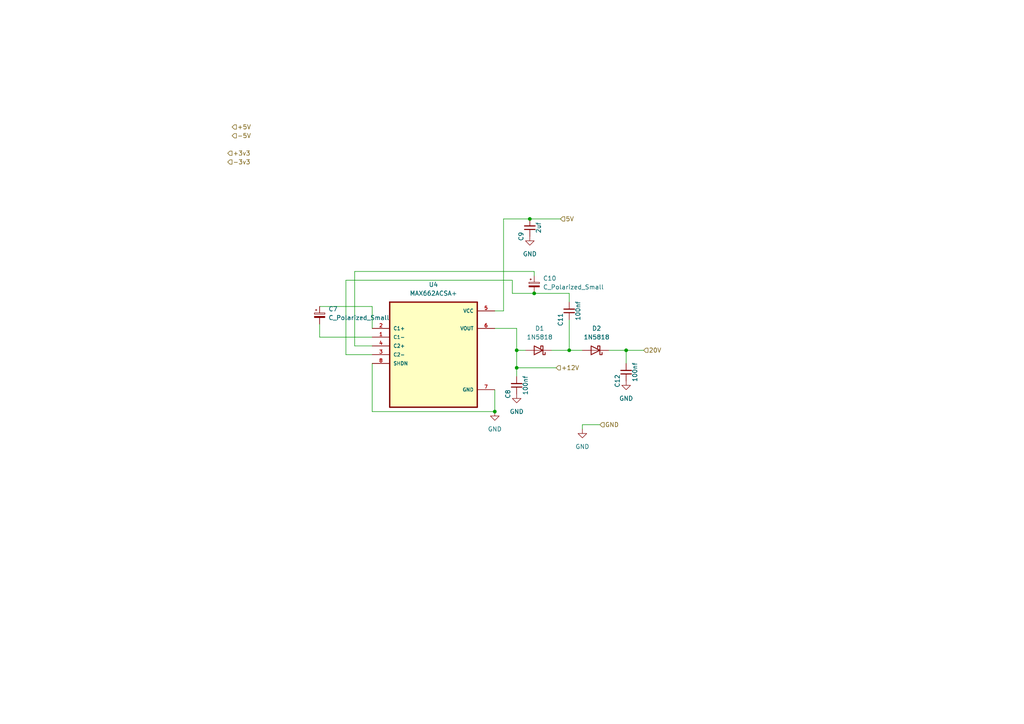
<source format=kicad_sch>
(kicad_sch (version 20211123) (generator eeschema)
  (paper "A4")
  (lib_symbols
    (symbol "Device:C_Polarized_Small" (pin_numbers hide) (pin_names (offset 0.254) hide)
      (property "Reference" "C" (at 0.254 1.778 0))
      (property "Value" "C_Polarized_Small" (at 0.254 -2.032 0))
      (symbol "C_Polarized_Small_0_1"
        (rectangle (start -1.524 -0.3048) (end 1.524 -0.6858) (fill (type outline)))
        (rectangle (start -1.524 0.6858) (end 1.524 0.3048))
        (polyline (pts (xy -1.27 1.524) (xy -0.762 1.524)))
        (polyline (pts (xy -1.016 1.27) (xy -1.016 1.778)))
      )
      (symbol "C_Polarized_Small_1_1"
        (pin passive line (at 0 2.54 270) (length 1.8542) (name "~") (number "1"))
        (pin passive line (at 0 -2.54 90) (length 1.8542) (name "~") (number "2"))
      )
    )
    (symbol "Device:C_Small" (pin_numbers hide) (pin_names (offset 0.254) hide)
      (property "Reference" "C" (at 0.254 1.778 0))
      (property "Value" "C_Small" (at 0.254 -2.032 0))
      (symbol "C_Small_0_1"
        (polyline (pts (xy -1.524 -0.508) (xy 1.524 -0.508)) (stroke (width 0.3302)))
        (polyline (pts (xy -1.524 0.508) (xy 1.524 0.508)) (stroke (width 0.3048)))
      )
      (symbol "C_Small_1_1"
        (pin passive line (at 0 2.54 270) (length 2.032) (name "~") (number "1"))
        (pin passive line (at 0 -2.54 90) (length 2.032) (name "~") (number "2"))
      )
    )
    (symbol "Diode:1N5818" (pin_numbers hide) (pin_names (offset 1.016) hide)
      (property "Reference" "D" (at 0 2.54 0))
      (property "Value" "1N5818" (at 0 -2.54 0))
      (symbol "1N5818_0_1"
        (polyline (pts (xy 1.27 0) (xy -1.27 0)))
        (polyline (pts (xy 1.27 1.27) (xy 1.27 -1.27) (xy -1.27 0) (xy 1.27 1.27)) (stroke (width 0.254)))
        (polyline (pts (xy -1.905 0.635) (xy -1.905 1.27) (xy -1.27 1.27) (xy -1.27 -1.27) (xy -0.635 -1.27) (xy -0.635 -0.635)) (stroke (width 0.254)))
      )
      (symbol "1N5818_1_1"
        (pin passive line (at -3.81 0 0) (length 2.54) (name "K") (number "1"))
        (pin passive line (at 3.81 0 180) (length 2.54) (name "A") (number "2"))
      )
    )
    (symbol "MyLib:MAX662ACSA+" (pin_names (offset 1.016))
      (property "Reference" "U" (at -12.7 16.2306 0))
      (property "Value" "MAX662ACSA+" (at -12.7 -19.2278 0))
      (symbol "MAX662ACSA+_0_0"
        (rectangle (start -12.7 -15.24) (end 12.7 15.24) (stroke (width 0.4064)) (fill (type background)))
        (pin input line (at -17.78 5.08 0) (length 5.08) (name "C1-") (number "1"))
        (pin input line (at -17.78 7.62 0) (length 5.08) (name "C1+") (number "2"))
        (pin input line (at -17.78 0 0) (length 5.08) (name "C2-") (number "3"))
        (pin input line (at -17.78 2.54 0) (length 5.08) (name "C2+") (number "4"))
        (pin power_in line (at 17.78 12.7 180) (length 5.08) (name "VCC") (number "5"))
        (pin output line (at 17.78 7.62 180) (length 5.08) (name "VOUT") (number "6"))
        (pin power_in line (at 17.78 -10.16 180) (length 5.08) (name "GND") (number "7"))
        (pin input line (at -17.78 -2.54 0) (length 5.08) (name "SHDN") (number "8"))
      )
    )
    (symbol "power:GND" (power) (pin_names (offset 0))
      (property "Value" "GND" (at 0 -3.81 0))
      (symbol "GND_0_1"
        (polyline (pts (xy 0 0) (xy 0 -1.27) (xy 1.27 -1.27) (xy 0 -2.54) (xy -1.27 -1.27) (xy 0 -1.27)))
      )
      (symbol "GND_1_1"
        (pin power_in line (at 0 0 270) (length 0) hide (name "GND") (number "1"))
      )
    )
  )
  (junction (at 154.94 85.09))
  (junction (at 149.86 106.68))
  (junction (at 153.67 63.5))
  (junction (at 181.61 101.6))
  (junction (at 165.1 101.6))
  (junction (at 149.86 101.6))
  (junction (at 143.51 119.38))
  (wire (pts (xy 107.95 97.79) (xy 92.71 97.79)))
  (wire (pts (xy 148.59 85.09) (xy 154.94 85.09)))
  (wire (pts (xy 102.87 78.74) (xy 154.94 78.74)))
  (wire (pts (xy 181.61 101.6) (xy 186.69 101.6)))
  (wire (pts (xy 143.51 90.17) (xy 146.05 90.17)))
  (wire (pts (xy 143.51 95.25) (xy 149.86 95.25)))
  (wire (pts (xy 149.86 95.25) (xy 149.86 101.6)))
  (wire (pts (xy 143.51 113.03) (xy 143.51 119.38)))
  (wire (pts (xy 148.59 81.28) (xy 148.59 85.09)))
  (wire (pts (xy 107.95 102.87) (xy 100.33 102.87)))
  (wire (pts (xy 107.95 88.9) (xy 107.95 95.25)))
  (wire (pts (xy 92.71 88.9) (xy 107.95 88.9)))
  (wire (pts (xy 149.86 106.68) (xy 161.29 106.68)))
  (wire (pts (xy 143.51 119.38) (xy 107.95 119.38)))
  (wire (pts (xy 153.67 63.5) (xy 162.56 63.5)))
  (wire (pts (xy 146.05 63.5) (xy 153.67 63.5)))
  (wire (pts (xy 149.86 101.6) (xy 149.86 106.68)))
  (wire (pts (xy 181.61 105.41) (xy 181.61 101.6)))
  (wire (pts (xy 149.86 101.6) (xy 152.4 101.6)))
  (wire (pts (xy 154.94 78.74) (xy 154.94 80.01)))
  (wire (pts (xy 165.1 92.71) (xy 165.1 101.6)))
  (wire (pts (xy 107.95 119.38) (xy 107.95 105.41)))
  (wire (pts (xy 149.86 106.68) (xy 149.86 109.22)))
  (wire (pts (xy 160.02 101.6) (xy 165.1 101.6)))
  (wire (pts (xy 92.71 97.79) (xy 92.71 93.98)))
  (wire (pts (xy 165.1 85.09) (xy 165.1 87.63)))
  (wire (pts (xy 100.33 102.87) (xy 100.33 81.28)))
  (wire (pts (xy 181.61 101.6) (xy 176.53 101.6)))
  (wire (pts (xy 107.95 100.33) (xy 102.87 100.33)))
  (wire (pts (xy 165.1 101.6) (xy 168.91 101.6)))
  (wire (pts (xy 154.94 85.09) (xy 165.1 85.09)))
  (wire (pts (xy 168.91 124.46) (xy 168.91 123.19)))
  (wire (pts (xy 102.87 100.33) (xy 102.87 78.74)))
  (wire (pts (xy 168.91 123.19) (xy 173.99 123.19)))
  (wire (pts (xy 100.33 81.28) (xy 148.59 81.28)))
  (wire (pts (xy 146.05 90.17) (xy 146.05 63.5)))
  (hierarchical_label "-3v3" (shape input) (at 66.04 46.99 0))
  (hierarchical_label "+5V" (shape input) (at 67.31 36.83 0))
  (hierarchical_label "20V" (shape input) (at 186.69 101.6 0))
  (hierarchical_label "5V" (shape input) (at 162.56 63.5 0))
  (hierarchical_label "+3v3" (shape input) (at 66.04 44.45 0))
  (hierarchical_label "-5V" (shape input) (at 67.31 39.37 0))
  (hierarchical_label "+12V" (shape input) (at 161.29 106.68 0))
  (hierarchical_label "GND" (shape input) (at 173.99 123.19 0))
  (symbol (lib_id "power:GND") (at 149.86 114.3 0) (unit 1)
    (property "Reference" "#PWR08" (effects hide))
    (property "Value" "GND" (at 149.86 119.38 0))
  )
  (symbol (lib_id "Diode:1N5818") (at 156.21 101.6 180) (unit 1)
    (property "Reference" "D1" (at 156.5275 95.25 0))
    (property "Value" "1N5818" (at 156.5275 97.79 0))
    (property "Footprint" "Diode_SMD:D_SMA" (effects hide))
    (property "Datasheet" "http://www.vishay.com/docs/88525/1n5817.pdf" (effects hide))
  )
  (symbol (lib_id "Device:C_Small") (at 153.67 66.04 180) (unit 1)
    (property "Reference" "C9" (at 151.13 68.58 90))
    (property "Value" "2uf" (at 156.21 66.04 90))
    (property "Footprint" "Capacitor_SMD:C_0805_2012Metric_Pad1.18x1.45mm_HandSolder" (effects hide))
  )
  (symbol (lib_id "power:GND") (at 143.51 119.38 0) (unit 1)
    (property "Reference" "#PWR07" (effects hide))
    (property "Value" "GND" (at 143.51 124.46 0))
  )
  (symbol (lib_id "Diode:1N5818") (at 172.72 101.6 180) (unit 1)
    (property "Reference" "D2" (at 173.0375 95.25 0))
    (property "Value" "1N5818" (at 173.0375 97.79 0))
    (property "Footprint" "Diode_SMD:D_SMA" (effects hide))
    (property "Datasheet" "http://www.vishay.com/docs/88525/1n5817.pdf" (effects hide))
  )
  (symbol (lib_id "Device:C_Small") (at 149.86 111.76 180) (unit 1)
    (property "Reference" "C8" (at 147.32 114.3 90))
    (property "Value" "100nf" (at 152.4 111.76 90))
    (property "Footprint" "Capacitor_SMD:C_0805_2012Metric_Pad1.18x1.45mm_HandSolder" (effects hide))
  )
  (symbol (lib_id "power:GND") (at 153.67 68.58 0) (unit 1)
    (property "Reference" "#PWR09" (effects hide))
    (property "Value" "GND" (at 153.67 73.66 0))
  )
  (symbol (lib_id "MyLib:MAX662ACSA+") (at 125.73 102.87 0) (unit 1)
    (property "Reference" "U4" (at 125.73 82.55 0))
    (property "Value" "MAX662ACSA+" (at 125.73 85.09 0))
    (property "Footprint" "MyLib:SOIC127P600X175-8N" (effects hide))
    (property "Availability" "Unavailable" (effects hide))
    (property "Package" "SOIC-8 Maxim" (effects hide))
    (property "MP" "MAX662ACSA+" (effects hide))
    (property "Price" "None" (effects hide))
    (property "Description" "Charge Pump Switching Regulator IC Positive Fixed 12V 1 Output 30mA 8-SOIC _0.154, 3.90mm Width_" (effects hide))
    (property "MF" "Maxim Integrated" (effects hide))
  )
  (symbol (lib_id "power:GND") (at 168.91 124.46 0) (unit 1)
    (property "Reference" "#PWR010" (effects hide))
    (property "Value" "GND" (at 168.91 129.54 0))
  )
  (symbol (lib_id "power:GND") (at 181.61 110.49 0) (unit 1)
    (property "Reference" "#PWR011" (effects hide))
    (property "Value" "GND" (at 181.61 115.57 0))
  )
  (symbol (lib_id "Device:C_Small") (at 165.1 90.17 180) (unit 1)
    (property "Reference" "C11" (at 162.56 92.71 90))
    (property "Value" "100nf" (at 167.64 90.17 90))
    (property "Footprint" "Capacitor_SMD:C_0805_2012Metric_Pad1.18x1.45mm_HandSolder" (effects hide))
  )
  (symbol (lib_id "Device:C_Polarized_Small") (at 154.94 82.55 0) (unit 1)
    (property "Reference" "C10" (at 157.48 80.7338 0) (effects (justify left)))
    (property "Value" "C_Polarized_Small" (at 157.48 83.2738 0) (effects (justify left)))
    (property "Footprint" "Capacitor_Tantalum_SMD:CP_EIA-7343-31_Kemet-D_Pad2.25x2.55mm_HandSolder" (effects hide))
  )
  (symbol (lib_id "Device:C_Small") (at 181.61 107.95 180) (unit 1)
    (property "Reference" "C12" (at 179.07 110.49 90))
    (property "Value" "100nf" (at 184.15 107.95 90))
    (property "Footprint" "Capacitor_SMD:C_0805_2012Metric_Pad1.18x1.45mm_HandSolder" (effects hide))
  )
  (symbol (lib_id "Device:C_Polarized_Small") (at 92.71 91.44 0) (unit 1)
    (property "Reference" "C7" (at 95.25 89.6238 0) (effects (justify left)))
    (property "Value" "C_Polarized_Small" (at 95.25 92.1638 0) (effects (justify left)))
    (property "Footprint" "Capacitor_Tantalum_SMD:CP_EIA-7343-31_Kemet-D_Pad2.25x2.55mm_HandSolder" (effects hide))
  )
)
</source>
